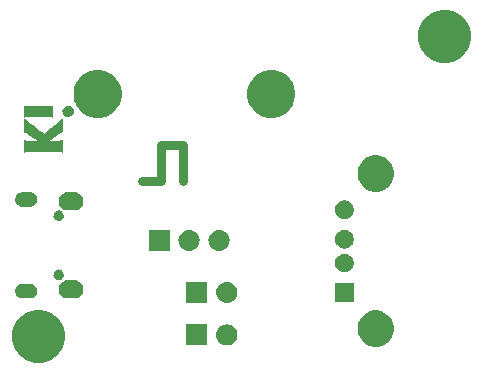
<source format=gbr>
G04 #@! TF.GenerationSoftware,KiCad,Pcbnew,(5.0.2-5-10.14)*
G04 #@! TF.CreationDate,2019-03-07T12:58:03+01:00*
G04 #@! TF.ProjectId,USBSwitch,55534253-7769-4746-9368-2e6b69636164,rev?*
G04 #@! TF.SameCoordinates,Original*
G04 #@! TF.FileFunction,Soldermask,Bot*
G04 #@! TF.FilePolarity,Negative*
%FSLAX46Y46*%
G04 Gerber Fmt 4.6, Leading zero omitted, Abs format (unit mm)*
G04 Created by KiCad (PCBNEW (5.0.2-5-10.14)) date 2019 March 07, Thursday 12:58:03*
%MOMM*%
%LPD*%
G01*
G04 APERTURE LIST*
%ADD10C,0.800000*%
%ADD11C,0.010000*%
%ADD12C,0.100000*%
G04 APERTURE END LIST*
D10*
G04 #@! TO.C,REF\002A\002A*
X61830000Y-49580000D02*
X63430000Y-49580000D01*
X63430000Y-49580000D02*
X63430000Y-46480000D01*
X65330000Y-49580000D02*
X65330000Y-46480000D01*
X63530000Y-46480000D02*
X65330000Y-46480000D01*
D11*
G36*
X55974040Y-43494059D02*
X55907605Y-43376455D01*
X55804955Y-43282977D01*
X55718876Y-43239188D01*
X55580386Y-43208578D01*
X55442409Y-43217679D01*
X55320916Y-43265027D01*
X55302150Y-43277412D01*
X55214592Y-43367851D01*
X55154447Y-43486729D01*
X55124582Y-43619667D01*
X55127866Y-43752287D01*
X55167168Y-43870210D01*
X55179756Y-43890994D01*
X55258606Y-43973263D01*
X55367230Y-44041086D01*
X55484705Y-44083253D01*
X55554201Y-44091600D01*
X55663425Y-44072326D01*
X55777890Y-44021810D01*
X55876842Y-43951018D01*
X55925705Y-43895358D01*
X55986124Y-43763139D01*
X56001224Y-43626163D01*
X55974040Y-43494059D01*
X55974040Y-43494059D01*
G37*
X55974040Y-43494059D02*
X55907605Y-43376455D01*
X55804955Y-43282977D01*
X55718876Y-43239188D01*
X55580386Y-43208578D01*
X55442409Y-43217679D01*
X55320916Y-43265027D01*
X55302150Y-43277412D01*
X55214592Y-43367851D01*
X55154447Y-43486729D01*
X55124582Y-43619667D01*
X55127866Y-43752287D01*
X55167168Y-43870210D01*
X55179756Y-43890994D01*
X55258606Y-43973263D01*
X55367230Y-44041086D01*
X55484705Y-44083253D01*
X55554201Y-44091600D01*
X55663425Y-44072326D01*
X55777890Y-44021810D01*
X55876842Y-43951018D01*
X55925705Y-43895358D01*
X55986124Y-43763139D01*
X56001224Y-43626163D01*
X55974040Y-43494059D01*
G36*
X53107955Y-43253400D02*
X52836472Y-43253179D01*
X52611382Y-43252417D01*
X52428279Y-43250974D01*
X52282760Y-43248706D01*
X52170417Y-43245469D01*
X52086845Y-43241122D01*
X52027641Y-43235520D01*
X51988397Y-43228522D01*
X51964708Y-43219984D01*
X51958605Y-43216108D01*
X51921057Y-43189822D01*
X51892915Y-43179109D01*
X51872826Y-43189290D01*
X51859437Y-43225688D01*
X51851395Y-43293624D01*
X51847347Y-43398422D01*
X51845940Y-43545402D01*
X51845800Y-43659800D01*
X51846485Y-43810082D01*
X51848392Y-43941273D01*
X51851298Y-44045573D01*
X51854983Y-44115181D01*
X51859224Y-44142295D01*
X51859512Y-44142400D01*
X51888546Y-44131845D01*
X51945491Y-44105274D01*
X51972800Y-44091600D01*
X52000240Y-44078734D01*
X52030606Y-44068241D01*
X52069080Y-44059880D01*
X52120845Y-44053409D01*
X52191082Y-44048589D01*
X52284973Y-44045178D01*
X52407699Y-44042935D01*
X52564441Y-44041619D01*
X52760383Y-44040990D01*
X53000704Y-44040805D01*
X53065250Y-44040800D01*
X53322731Y-44041053D01*
X53534251Y-44041929D01*
X53704649Y-44043604D01*
X53838762Y-44046252D01*
X53941429Y-44050050D01*
X54017487Y-44055173D01*
X54071774Y-44061797D01*
X54109128Y-44070097D01*
X54133062Y-44079553D01*
X54208000Y-44118305D01*
X54208000Y-43253400D01*
X53107955Y-43253400D01*
X53107955Y-43253400D01*
G37*
X53107955Y-43253400D02*
X52836472Y-43253179D01*
X52611382Y-43252417D01*
X52428279Y-43250974D01*
X52282760Y-43248706D01*
X52170417Y-43245469D01*
X52086845Y-43241122D01*
X52027641Y-43235520D01*
X51988397Y-43228522D01*
X51964708Y-43219984D01*
X51958605Y-43216108D01*
X51921057Y-43189822D01*
X51892915Y-43179109D01*
X51872826Y-43189290D01*
X51859437Y-43225688D01*
X51851395Y-43293624D01*
X51847347Y-43398422D01*
X51845940Y-43545402D01*
X51845800Y-43659800D01*
X51846485Y-43810082D01*
X51848392Y-43941273D01*
X51851298Y-44045573D01*
X51854983Y-44115181D01*
X51859224Y-44142295D01*
X51859512Y-44142400D01*
X51888546Y-44131845D01*
X51945491Y-44105274D01*
X51972800Y-44091600D01*
X52000240Y-44078734D01*
X52030606Y-44068241D01*
X52069080Y-44059880D01*
X52120845Y-44053409D01*
X52191082Y-44048589D01*
X52284973Y-44045178D01*
X52407699Y-44042935D01*
X52564441Y-44041619D01*
X52760383Y-44040990D01*
X53000704Y-44040805D01*
X53065250Y-44040800D01*
X53322731Y-44041053D01*
X53534251Y-44041929D01*
X53704649Y-44043604D01*
X53838762Y-44046252D01*
X53941429Y-44050050D01*
X54017487Y-44055173D01*
X54071774Y-44061797D01*
X54109128Y-44070097D01*
X54133062Y-44079553D01*
X54208000Y-44118305D01*
X54208000Y-43253400D01*
X53107955Y-43253400D01*
G36*
X55071600Y-44836253D02*
X55071600Y-44290941D01*
X54870213Y-44489721D01*
X54507309Y-44819429D01*
X54233185Y-45033849D01*
X54129600Y-45112297D01*
X54009471Y-45206856D01*
X53885798Y-45306950D01*
X53771581Y-45402002D01*
X53679819Y-45481434D01*
X53652240Y-45506532D01*
X53564788Y-45587964D01*
X53473644Y-45518006D01*
X53284396Y-45382564D01*
X53144950Y-45295022D01*
X53062714Y-45240152D01*
X52983388Y-45178876D01*
X52977393Y-45173727D01*
X52894419Y-45104778D01*
X52791863Y-45024253D01*
X52681712Y-44941058D01*
X52575953Y-44864098D01*
X52486575Y-44802281D01*
X52429453Y-44766624D01*
X52376404Y-44731543D01*
X52297938Y-44673014D01*
X52206748Y-44601180D01*
X52115528Y-44526185D01*
X52036968Y-44458172D01*
X51997980Y-44421800D01*
X51971919Y-44397911D01*
X51924594Y-44355637D01*
X51915430Y-44347523D01*
X51845800Y-44285945D01*
X51845800Y-45412400D01*
X51924077Y-45412400D01*
X52000605Y-45429163D01*
X52105851Y-45476393D01*
X52231761Y-45549507D01*
X52370284Y-45643919D01*
X52484467Y-45731458D01*
X52576687Y-45802732D01*
X52667731Y-45868053D01*
X52740465Y-45915223D01*
X52751167Y-45921329D01*
X52817566Y-45961371D01*
X52865716Y-45996658D01*
X52874500Y-46005301D01*
X52913184Y-46039862D01*
X52969750Y-46080085D01*
X53017907Y-46117774D01*
X53039513Y-46148285D01*
X53039600Y-46149586D01*
X53014909Y-46158462D01*
X52943619Y-46165582D01*
X52829908Y-46170736D01*
X52677956Y-46173717D01*
X52543039Y-46174400D01*
X52363737Y-46173716D01*
X52227730Y-46171305D01*
X52127525Y-46166625D01*
X52055631Y-46159137D01*
X52004557Y-46148302D01*
X51966812Y-46133579D01*
X51965189Y-46132756D01*
X51905509Y-46097283D01*
X51867382Y-46065777D01*
X51865239Y-46062906D01*
X51859677Y-46078403D01*
X51854738Y-46137753D01*
X51850688Y-46234014D01*
X51847793Y-46360241D01*
X51846318Y-46509489D01*
X51846189Y-46561206D01*
X51845800Y-47087711D01*
X51915650Y-47058032D01*
X51974242Y-47029859D01*
X52009630Y-47007776D01*
X52038858Y-47003943D01*
X52114219Y-47000343D01*
X52231049Y-46997041D01*
X52384683Y-46994104D01*
X52570454Y-46991601D01*
X52783698Y-46989596D01*
X53019749Y-46988158D01*
X53273941Y-46987353D01*
X53445710Y-46987201D01*
X53749689Y-46987259D01*
X54007088Y-46987530D01*
X54222126Y-46988154D01*
X54399022Y-46989274D01*
X54541996Y-46991031D01*
X54655267Y-46993567D01*
X54743055Y-46997024D01*
X54809579Y-47001543D01*
X54859059Y-47007267D01*
X54895714Y-47014338D01*
X54923763Y-47022896D01*
X54947426Y-47033084D01*
X54957301Y-47038001D01*
X55019131Y-47068756D01*
X55058340Y-47086810D01*
X55064271Y-47088801D01*
X55066493Y-47064665D01*
X55068444Y-46997312D01*
X55070016Y-46894328D01*
X55071099Y-46763294D01*
X55071585Y-46611795D01*
X55071600Y-46578083D01*
X55071336Y-46404940D01*
X55070169Y-46276371D01*
X55067536Y-46186154D01*
X55062877Y-46128063D01*
X55055628Y-46095876D01*
X55045228Y-46083368D01*
X55031115Y-46084314D01*
X55027150Y-46085836D01*
X54938327Y-46119195D01*
X54849819Y-46143261D01*
X54750859Y-46159420D01*
X54630679Y-46169058D01*
X54478512Y-46173560D01*
X54338912Y-46174400D01*
X53919096Y-46174401D01*
X53992100Y-46098201D01*
X54042443Y-46050587D01*
X54079722Y-46024006D01*
X54086517Y-46022000D01*
X54112450Y-46006863D01*
X54165872Y-45967372D01*
X54235855Y-45912412D01*
X54311471Y-45850868D01*
X54381791Y-45791623D01*
X54435886Y-45743561D01*
X54462000Y-45716761D01*
X54489266Y-45694439D01*
X54545370Y-45656064D01*
X54589000Y-45628198D01*
X54676702Y-45569995D01*
X54763302Y-45507049D01*
X54791638Y-45484701D01*
X54858264Y-45439987D01*
X54919357Y-45414592D01*
X54935610Y-45412400D01*
X54979323Y-45411878D01*
X55012498Y-45406209D01*
X55036588Y-45389238D01*
X55053045Y-45354811D01*
X55063323Y-45296774D01*
X55068873Y-45208972D01*
X55071149Y-45085250D01*
X55071604Y-44919455D01*
X55071600Y-44836253D01*
X55071600Y-44836253D01*
G37*
X55071600Y-44836253D02*
X55071600Y-44290941D01*
X54870213Y-44489721D01*
X54507309Y-44819429D01*
X54233185Y-45033849D01*
X54129600Y-45112297D01*
X54009471Y-45206856D01*
X53885798Y-45306950D01*
X53771581Y-45402002D01*
X53679819Y-45481434D01*
X53652240Y-45506532D01*
X53564788Y-45587964D01*
X53473644Y-45518006D01*
X53284396Y-45382564D01*
X53144950Y-45295022D01*
X53062714Y-45240152D01*
X52983388Y-45178876D01*
X52977393Y-45173727D01*
X52894419Y-45104778D01*
X52791863Y-45024253D01*
X52681712Y-44941058D01*
X52575953Y-44864098D01*
X52486575Y-44802281D01*
X52429453Y-44766624D01*
X52376404Y-44731543D01*
X52297938Y-44673014D01*
X52206748Y-44601180D01*
X52115528Y-44526185D01*
X52036968Y-44458172D01*
X51997980Y-44421800D01*
X51971919Y-44397911D01*
X51924594Y-44355637D01*
X51915430Y-44347523D01*
X51845800Y-44285945D01*
X51845800Y-45412400D01*
X51924077Y-45412400D01*
X52000605Y-45429163D01*
X52105851Y-45476393D01*
X52231761Y-45549507D01*
X52370284Y-45643919D01*
X52484467Y-45731458D01*
X52576687Y-45802732D01*
X52667731Y-45868053D01*
X52740465Y-45915223D01*
X52751167Y-45921329D01*
X52817566Y-45961371D01*
X52865716Y-45996658D01*
X52874500Y-46005301D01*
X52913184Y-46039862D01*
X52969750Y-46080085D01*
X53017907Y-46117774D01*
X53039513Y-46148285D01*
X53039600Y-46149586D01*
X53014909Y-46158462D01*
X52943619Y-46165582D01*
X52829908Y-46170736D01*
X52677956Y-46173717D01*
X52543039Y-46174400D01*
X52363737Y-46173716D01*
X52227730Y-46171305D01*
X52127525Y-46166625D01*
X52055631Y-46159137D01*
X52004557Y-46148302D01*
X51966812Y-46133579D01*
X51965189Y-46132756D01*
X51905509Y-46097283D01*
X51867382Y-46065777D01*
X51865239Y-46062906D01*
X51859677Y-46078403D01*
X51854738Y-46137753D01*
X51850688Y-46234014D01*
X51847793Y-46360241D01*
X51846318Y-46509489D01*
X51846189Y-46561206D01*
X51845800Y-47087711D01*
X51915650Y-47058032D01*
X51974242Y-47029859D01*
X52009630Y-47007776D01*
X52038858Y-47003943D01*
X52114219Y-47000343D01*
X52231049Y-46997041D01*
X52384683Y-46994104D01*
X52570454Y-46991601D01*
X52783698Y-46989596D01*
X53019749Y-46988158D01*
X53273941Y-46987353D01*
X53445710Y-46987201D01*
X53749689Y-46987259D01*
X54007088Y-46987530D01*
X54222126Y-46988154D01*
X54399022Y-46989274D01*
X54541996Y-46991031D01*
X54655267Y-46993567D01*
X54743055Y-46997024D01*
X54809579Y-47001543D01*
X54859059Y-47007267D01*
X54895714Y-47014338D01*
X54923763Y-47022896D01*
X54947426Y-47033084D01*
X54957301Y-47038001D01*
X55019131Y-47068756D01*
X55058340Y-47086810D01*
X55064271Y-47088801D01*
X55066493Y-47064665D01*
X55068444Y-46997312D01*
X55070016Y-46894328D01*
X55071099Y-46763294D01*
X55071585Y-46611795D01*
X55071600Y-46578083D01*
X55071336Y-46404940D01*
X55070169Y-46276371D01*
X55067536Y-46186154D01*
X55062877Y-46128063D01*
X55055628Y-46095876D01*
X55045228Y-46083368D01*
X55031115Y-46084314D01*
X55027150Y-46085836D01*
X54938327Y-46119195D01*
X54849819Y-46143261D01*
X54750859Y-46159420D01*
X54630679Y-46169058D01*
X54478512Y-46173560D01*
X54338912Y-46174400D01*
X53919096Y-46174401D01*
X53992100Y-46098201D01*
X54042443Y-46050587D01*
X54079722Y-46024006D01*
X54086517Y-46022000D01*
X54112450Y-46006863D01*
X54165872Y-45967372D01*
X54235855Y-45912412D01*
X54311471Y-45850868D01*
X54381791Y-45791623D01*
X54435886Y-45743561D01*
X54462000Y-45716761D01*
X54489266Y-45694439D01*
X54545370Y-45656064D01*
X54589000Y-45628198D01*
X54676702Y-45569995D01*
X54763302Y-45507049D01*
X54791638Y-45484701D01*
X54858264Y-45439987D01*
X54919357Y-45414592D01*
X54935610Y-45412400D01*
X54979323Y-45411878D01*
X55012498Y-45406209D01*
X55036588Y-45389238D01*
X55053045Y-45354811D01*
X55063323Y-45296774D01*
X55068873Y-45208972D01*
X55071149Y-45085250D01*
X55071604Y-44919455D01*
X55071600Y-44836253D01*
D12*
G36*
X53753384Y-60546081D02*
X54161037Y-60714937D01*
X54527917Y-60960078D01*
X54839922Y-61272083D01*
X55085063Y-61638963D01*
X55253919Y-62046616D01*
X55340000Y-62479378D01*
X55340000Y-62920622D01*
X55253919Y-63353384D01*
X55085063Y-63761037D01*
X54839922Y-64127917D01*
X54527917Y-64439922D01*
X54161037Y-64685063D01*
X53753384Y-64853919D01*
X53320622Y-64940000D01*
X52879378Y-64940000D01*
X52446616Y-64853919D01*
X52038963Y-64685063D01*
X51672083Y-64439922D01*
X51360078Y-64127917D01*
X51114937Y-63761037D01*
X50946081Y-63353384D01*
X50860000Y-62920622D01*
X50860000Y-62479378D01*
X50946081Y-62046616D01*
X51114937Y-61638963D01*
X51360078Y-61272083D01*
X51672083Y-60960078D01*
X52038963Y-60714937D01*
X52446616Y-60546081D01*
X52879378Y-60460000D01*
X53320622Y-60460000D01*
X53753384Y-60546081D01*
X53753384Y-60546081D01*
G37*
G36*
X82099201Y-60589180D02*
X82379463Y-60705269D01*
X82631693Y-60873803D01*
X82846197Y-61088307D01*
X83014731Y-61340537D01*
X83130820Y-61620799D01*
X83190000Y-61918322D01*
X83190000Y-62221678D01*
X83130820Y-62519201D01*
X83014731Y-62799463D01*
X82846197Y-63051693D01*
X82631693Y-63266197D01*
X82379463Y-63434731D01*
X82099201Y-63550820D01*
X81801678Y-63610000D01*
X81498322Y-63610000D01*
X81200799Y-63550820D01*
X80920537Y-63434731D01*
X80668307Y-63266197D01*
X80453803Y-63051693D01*
X80285269Y-62799463D01*
X80169180Y-62519201D01*
X80110000Y-62221678D01*
X80110000Y-61918322D01*
X80169180Y-61620799D01*
X80285269Y-61340537D01*
X80453803Y-61088307D01*
X80668307Y-60873803D01*
X80920537Y-60705269D01*
X81200799Y-60589180D01*
X81498322Y-60530000D01*
X81801678Y-60530000D01*
X82099201Y-60589180D01*
X82099201Y-60589180D01*
G37*
G36*
X69116407Y-61713219D02*
X69214470Y-61722878D01*
X69382236Y-61773769D01*
X69536850Y-61856412D01*
X69672370Y-61967630D01*
X69783588Y-62103150D01*
X69866231Y-62257764D01*
X69917122Y-62425530D01*
X69934306Y-62600000D01*
X69917122Y-62774470D01*
X69866231Y-62942236D01*
X69783588Y-63096850D01*
X69672370Y-63232370D01*
X69536850Y-63343588D01*
X69382236Y-63426231D01*
X69214470Y-63477122D01*
X69116407Y-63486781D01*
X69083720Y-63490000D01*
X68996280Y-63490000D01*
X68963593Y-63486781D01*
X68865530Y-63477122D01*
X68697764Y-63426231D01*
X68543150Y-63343588D01*
X68407630Y-63232370D01*
X68296412Y-63096850D01*
X68213769Y-62942236D01*
X68162878Y-62774470D01*
X68145694Y-62600000D01*
X68162878Y-62425530D01*
X68213769Y-62257764D01*
X68296412Y-62103150D01*
X68407630Y-61967630D01*
X68543150Y-61856412D01*
X68697764Y-61773769D01*
X68865530Y-61722878D01*
X68963593Y-61713219D01*
X68996280Y-61710000D01*
X69083720Y-61710000D01*
X69116407Y-61713219D01*
X69116407Y-61713219D01*
G37*
G36*
X67390000Y-63490000D02*
X65610000Y-63490000D01*
X65610000Y-61710000D01*
X67390000Y-61710000D01*
X67390000Y-63490000D01*
X67390000Y-63490000D01*
G37*
G36*
X69116407Y-58113220D02*
X69214470Y-58122878D01*
X69382236Y-58173769D01*
X69536850Y-58256412D01*
X69672370Y-58367630D01*
X69783588Y-58503150D01*
X69866231Y-58657764D01*
X69917122Y-58825530D01*
X69934306Y-59000000D01*
X69917122Y-59174470D01*
X69866231Y-59342236D01*
X69783588Y-59496850D01*
X69672370Y-59632370D01*
X69536850Y-59743588D01*
X69382236Y-59826231D01*
X69214470Y-59877122D01*
X69116407Y-59886780D01*
X69083720Y-59890000D01*
X68996280Y-59890000D01*
X68963593Y-59886780D01*
X68865530Y-59877122D01*
X68697764Y-59826231D01*
X68543150Y-59743588D01*
X68407630Y-59632370D01*
X68296412Y-59496850D01*
X68213769Y-59342236D01*
X68162878Y-59174470D01*
X68145694Y-59000000D01*
X68162878Y-58825530D01*
X68213769Y-58657764D01*
X68296412Y-58503150D01*
X68407630Y-58367630D01*
X68543150Y-58256412D01*
X68697764Y-58173769D01*
X68865530Y-58122878D01*
X68963593Y-58113220D01*
X68996280Y-58110000D01*
X69083720Y-58110000D01*
X69116407Y-58113220D01*
X69116407Y-58113220D01*
G37*
G36*
X67390000Y-59890000D02*
X65610000Y-59890000D01*
X65610000Y-58110000D01*
X67390000Y-58110000D01*
X67390000Y-59890000D01*
X67390000Y-59890000D01*
G37*
G36*
X79790000Y-59790000D02*
X78210000Y-59790000D01*
X78210000Y-58210000D01*
X79790000Y-58210000D01*
X79790000Y-59790000D01*
X79790000Y-59790000D01*
G37*
G36*
X52435324Y-58262966D02*
X52495561Y-58268899D01*
X52611489Y-58304066D01*
X52718329Y-58361173D01*
X52811974Y-58438026D01*
X52888827Y-58531671D01*
X52945934Y-58638511D01*
X52981101Y-58754439D01*
X52992975Y-58875000D01*
X52981101Y-58995561D01*
X52945934Y-59111489D01*
X52888827Y-59218329D01*
X52811974Y-59311974D01*
X52718329Y-59388827D01*
X52611489Y-59445934D01*
X52495561Y-59481101D01*
X52435324Y-59487034D01*
X52405207Y-59490000D01*
X51694793Y-59490000D01*
X51664676Y-59487034D01*
X51604439Y-59481101D01*
X51488511Y-59445934D01*
X51381671Y-59388827D01*
X51288026Y-59311974D01*
X51211173Y-59218329D01*
X51154066Y-59111489D01*
X51118899Y-58995561D01*
X51107025Y-58875000D01*
X51118899Y-58754439D01*
X51154066Y-58638511D01*
X51211173Y-58531671D01*
X51288026Y-58438026D01*
X51381671Y-58361173D01*
X51488511Y-58304066D01*
X51604439Y-58268899D01*
X51664676Y-58262966D01*
X51694793Y-58260000D01*
X52405207Y-58260000D01*
X52435324Y-58262966D01*
X52435324Y-58262966D01*
G37*
G36*
X56274966Y-57971069D02*
X56419169Y-58014813D01*
X56552067Y-58085848D01*
X56668554Y-58181446D01*
X56764152Y-58297933D01*
X56835187Y-58430831D01*
X56878931Y-58575034D01*
X56893701Y-58725000D01*
X56878931Y-58874966D01*
X56835187Y-59019169D01*
X56764152Y-59152067D01*
X56668554Y-59268554D01*
X56552067Y-59364152D01*
X56419169Y-59435187D01*
X56274966Y-59478931D01*
X56162578Y-59490000D01*
X55537422Y-59490000D01*
X55425034Y-59478931D01*
X55280831Y-59435187D01*
X55147933Y-59364152D01*
X55031446Y-59268554D01*
X54935848Y-59152067D01*
X54864813Y-59019169D01*
X54821069Y-58874966D01*
X54806299Y-58725000D01*
X54821069Y-58575034D01*
X54864813Y-58430831D01*
X54935848Y-58297933D01*
X55031446Y-58181446D01*
X55147933Y-58085848D01*
X55280831Y-58014813D01*
X55425034Y-57971069D01*
X55537422Y-57960000D01*
X56162578Y-57960000D01*
X56274966Y-57971069D01*
X56274966Y-57971069D01*
G37*
G36*
X54886252Y-57066366D02*
X54969195Y-57091527D01*
X55045636Y-57132385D01*
X55112632Y-57187368D01*
X55167615Y-57254364D01*
X55208473Y-57330805D01*
X55233634Y-57413748D01*
X55242129Y-57500000D01*
X55233634Y-57586252D01*
X55208473Y-57669195D01*
X55167615Y-57745636D01*
X55112632Y-57812632D01*
X55045636Y-57867615D01*
X54969195Y-57908473D01*
X54886252Y-57933634D01*
X54821618Y-57940000D01*
X54778382Y-57940000D01*
X54713748Y-57933634D01*
X54630805Y-57908473D01*
X54554364Y-57867615D01*
X54487368Y-57812632D01*
X54432385Y-57745636D01*
X54391527Y-57669195D01*
X54366366Y-57586252D01*
X54357871Y-57500000D01*
X54366366Y-57413748D01*
X54391527Y-57330805D01*
X54432385Y-57254364D01*
X54487368Y-57187368D01*
X54554364Y-57132385D01*
X54630805Y-57091527D01*
X54713748Y-57066366D01*
X54778382Y-57060000D01*
X54821618Y-57060000D01*
X54886252Y-57066366D01*
X54886252Y-57066366D01*
G37*
G36*
X79230435Y-55740358D02*
X79374205Y-55799910D01*
X79503595Y-55886366D01*
X79613634Y-55996405D01*
X79700090Y-56125795D01*
X79759642Y-56269565D01*
X79790000Y-56422191D01*
X79790000Y-56577809D01*
X79759642Y-56730435D01*
X79700090Y-56874205D01*
X79613634Y-57003595D01*
X79503595Y-57113634D01*
X79374205Y-57200090D01*
X79230435Y-57259642D01*
X79077809Y-57290000D01*
X78922191Y-57290000D01*
X78769565Y-57259642D01*
X78625795Y-57200090D01*
X78496405Y-57113634D01*
X78386366Y-57003595D01*
X78299910Y-56874205D01*
X78240358Y-56730435D01*
X78210000Y-56577809D01*
X78210000Y-56422191D01*
X78240358Y-56269565D01*
X78299910Y-56125795D01*
X78386366Y-55996405D01*
X78496405Y-55886366D01*
X78625795Y-55799910D01*
X78769565Y-55740358D01*
X78922191Y-55710000D01*
X79077809Y-55710000D01*
X79230435Y-55740358D01*
X79230435Y-55740358D01*
G37*
G36*
X68456407Y-53713220D02*
X68554470Y-53722878D01*
X68722236Y-53773769D01*
X68876850Y-53856412D01*
X69012370Y-53967630D01*
X69123588Y-54103150D01*
X69206231Y-54257764D01*
X69257122Y-54425530D01*
X69274306Y-54600000D01*
X69257122Y-54774470D01*
X69206231Y-54942236D01*
X69123588Y-55096850D01*
X69012370Y-55232370D01*
X68876850Y-55343588D01*
X68722236Y-55426231D01*
X68554470Y-55477122D01*
X68456407Y-55486781D01*
X68423720Y-55490000D01*
X68336280Y-55490000D01*
X68303593Y-55486781D01*
X68205530Y-55477122D01*
X68037764Y-55426231D01*
X67883150Y-55343588D01*
X67747630Y-55232370D01*
X67636412Y-55096850D01*
X67553769Y-54942236D01*
X67502878Y-54774470D01*
X67485694Y-54600000D01*
X67502878Y-54425530D01*
X67553769Y-54257764D01*
X67636412Y-54103150D01*
X67747630Y-53967630D01*
X67883150Y-53856412D01*
X68037764Y-53773769D01*
X68205530Y-53722878D01*
X68303593Y-53713220D01*
X68336280Y-53710000D01*
X68423720Y-53710000D01*
X68456407Y-53713220D01*
X68456407Y-53713220D01*
G37*
G36*
X65916407Y-53713220D02*
X66014470Y-53722878D01*
X66182236Y-53773769D01*
X66336850Y-53856412D01*
X66472370Y-53967630D01*
X66583588Y-54103150D01*
X66666231Y-54257764D01*
X66717122Y-54425530D01*
X66734306Y-54600000D01*
X66717122Y-54774470D01*
X66666231Y-54942236D01*
X66583588Y-55096850D01*
X66472370Y-55232370D01*
X66336850Y-55343588D01*
X66182236Y-55426231D01*
X66014470Y-55477122D01*
X65916407Y-55486781D01*
X65883720Y-55490000D01*
X65796280Y-55490000D01*
X65763593Y-55486781D01*
X65665530Y-55477122D01*
X65497764Y-55426231D01*
X65343150Y-55343588D01*
X65207630Y-55232370D01*
X65096412Y-55096850D01*
X65013769Y-54942236D01*
X64962878Y-54774470D01*
X64945694Y-54600000D01*
X64962878Y-54425530D01*
X65013769Y-54257764D01*
X65096412Y-54103150D01*
X65207630Y-53967630D01*
X65343150Y-53856412D01*
X65497764Y-53773769D01*
X65665530Y-53722878D01*
X65763593Y-53713220D01*
X65796280Y-53710000D01*
X65883720Y-53710000D01*
X65916407Y-53713220D01*
X65916407Y-53713220D01*
G37*
G36*
X64190000Y-55490000D02*
X62410000Y-55490000D01*
X62410000Y-53710000D01*
X64190000Y-53710000D01*
X64190000Y-55490000D01*
X64190000Y-55490000D01*
G37*
G36*
X79230435Y-53740358D02*
X79374205Y-53799910D01*
X79503595Y-53886366D01*
X79613634Y-53996405D01*
X79700090Y-54125795D01*
X79759642Y-54269565D01*
X79790000Y-54422191D01*
X79790000Y-54577809D01*
X79759642Y-54730435D01*
X79700090Y-54874205D01*
X79613634Y-55003595D01*
X79503595Y-55113634D01*
X79374205Y-55200090D01*
X79230435Y-55259642D01*
X79077809Y-55290000D01*
X78922191Y-55290000D01*
X78769565Y-55259642D01*
X78625795Y-55200090D01*
X78496405Y-55113634D01*
X78386366Y-55003595D01*
X78299910Y-54874205D01*
X78240358Y-54730435D01*
X78210000Y-54577809D01*
X78210000Y-54422191D01*
X78240358Y-54269565D01*
X78299910Y-54125795D01*
X78386366Y-53996405D01*
X78496405Y-53886366D01*
X78625795Y-53799910D01*
X78769565Y-53740358D01*
X78922191Y-53710000D01*
X79077809Y-53710000D01*
X79230435Y-53740358D01*
X79230435Y-53740358D01*
G37*
G36*
X54886252Y-52066366D02*
X54969195Y-52091527D01*
X55045636Y-52132385D01*
X55112632Y-52187368D01*
X55167615Y-52254364D01*
X55208473Y-52330805D01*
X55233634Y-52413748D01*
X55242129Y-52500000D01*
X55233634Y-52586252D01*
X55208473Y-52669195D01*
X55167615Y-52745636D01*
X55112632Y-52812632D01*
X55045636Y-52867615D01*
X54969195Y-52908473D01*
X54886252Y-52933634D01*
X54821618Y-52940000D01*
X54778382Y-52940000D01*
X54713748Y-52933634D01*
X54630805Y-52908473D01*
X54554364Y-52867615D01*
X54487368Y-52812632D01*
X54432385Y-52745636D01*
X54391527Y-52669195D01*
X54366366Y-52586252D01*
X54357871Y-52500000D01*
X54366366Y-52413748D01*
X54391527Y-52330805D01*
X54432385Y-52254364D01*
X54487368Y-52187368D01*
X54554364Y-52132385D01*
X54630805Y-52091527D01*
X54713748Y-52066366D01*
X54778382Y-52060000D01*
X54821618Y-52060000D01*
X54886252Y-52066366D01*
X54886252Y-52066366D01*
G37*
G36*
X79230435Y-51240358D02*
X79374205Y-51299910D01*
X79503595Y-51386366D01*
X79613634Y-51496405D01*
X79700090Y-51625795D01*
X79759642Y-51769565D01*
X79790000Y-51922191D01*
X79790000Y-52077809D01*
X79759642Y-52230435D01*
X79700090Y-52374205D01*
X79613634Y-52503595D01*
X79503595Y-52613634D01*
X79374205Y-52700090D01*
X79230435Y-52759642D01*
X79077809Y-52790000D01*
X78922191Y-52790000D01*
X78769565Y-52759642D01*
X78625795Y-52700090D01*
X78496405Y-52613634D01*
X78386366Y-52503595D01*
X78299910Y-52374205D01*
X78240358Y-52230435D01*
X78210000Y-52077809D01*
X78210000Y-51922191D01*
X78240358Y-51769565D01*
X78299910Y-51625795D01*
X78386366Y-51496405D01*
X78496405Y-51386366D01*
X78625795Y-51299910D01*
X78769565Y-51240358D01*
X78922191Y-51210000D01*
X79077809Y-51210000D01*
X79230435Y-51240358D01*
X79230435Y-51240358D01*
G37*
G36*
X56274966Y-50521069D02*
X56419169Y-50564813D01*
X56552067Y-50635848D01*
X56668554Y-50731446D01*
X56764152Y-50847933D01*
X56835187Y-50980831D01*
X56878931Y-51125034D01*
X56893701Y-51275000D01*
X56878931Y-51424966D01*
X56835187Y-51569169D01*
X56764152Y-51702067D01*
X56668554Y-51818554D01*
X56552067Y-51914152D01*
X56419169Y-51985187D01*
X56274966Y-52028931D01*
X56162578Y-52040000D01*
X55537422Y-52040000D01*
X55425034Y-52028931D01*
X55280831Y-51985187D01*
X55147933Y-51914152D01*
X55031446Y-51818554D01*
X54935848Y-51702067D01*
X54864813Y-51569169D01*
X54821069Y-51424966D01*
X54806299Y-51275000D01*
X54821069Y-51125034D01*
X54864813Y-50980831D01*
X54935848Y-50847933D01*
X55031446Y-50731446D01*
X55147933Y-50635848D01*
X55280831Y-50564813D01*
X55425034Y-50521069D01*
X55537422Y-50510000D01*
X56162578Y-50510000D01*
X56274966Y-50521069D01*
X56274966Y-50521069D01*
G37*
G36*
X52435324Y-50512966D02*
X52495561Y-50518899D01*
X52611489Y-50554066D01*
X52718329Y-50611173D01*
X52811974Y-50688026D01*
X52888827Y-50781671D01*
X52945934Y-50888511D01*
X52981101Y-51004439D01*
X52992975Y-51125000D01*
X52981101Y-51245561D01*
X52945934Y-51361489D01*
X52888827Y-51468329D01*
X52811974Y-51561974D01*
X52718329Y-51638827D01*
X52611489Y-51695934D01*
X52495561Y-51731101D01*
X52435324Y-51737034D01*
X52405207Y-51740000D01*
X51694793Y-51740000D01*
X51664676Y-51737034D01*
X51604439Y-51731101D01*
X51488511Y-51695934D01*
X51381671Y-51638827D01*
X51288026Y-51561974D01*
X51211173Y-51468329D01*
X51154066Y-51361489D01*
X51118899Y-51245561D01*
X51107025Y-51125000D01*
X51118899Y-51004439D01*
X51154066Y-50888511D01*
X51211173Y-50781671D01*
X51288026Y-50688026D01*
X51381671Y-50611173D01*
X51488511Y-50554066D01*
X51604439Y-50518899D01*
X51664676Y-50512966D01*
X51694793Y-50510000D01*
X52405207Y-50510000D01*
X52435324Y-50512966D01*
X52435324Y-50512966D01*
G37*
G36*
X82099201Y-47449180D02*
X82379463Y-47565269D01*
X82631693Y-47733803D01*
X82846197Y-47948307D01*
X83014731Y-48200537D01*
X83130820Y-48480799D01*
X83190000Y-48778322D01*
X83190000Y-49081678D01*
X83130820Y-49379201D01*
X83014731Y-49659463D01*
X82846197Y-49911693D01*
X82631693Y-50126197D01*
X82379463Y-50294731D01*
X82099201Y-50410820D01*
X81801678Y-50470000D01*
X81498322Y-50470000D01*
X81200799Y-50410820D01*
X80920537Y-50294731D01*
X80668307Y-50126197D01*
X80453803Y-49911693D01*
X80285269Y-49659463D01*
X80169180Y-49379201D01*
X80110000Y-49081678D01*
X80110000Y-48778322D01*
X80169180Y-48480799D01*
X80285269Y-48200537D01*
X80453803Y-47948307D01*
X80668307Y-47733803D01*
X80920537Y-47565269D01*
X81200799Y-47449180D01*
X81498322Y-47390000D01*
X81801678Y-47390000D01*
X82099201Y-47449180D01*
X82099201Y-47449180D01*
G37*
G36*
X73395046Y-40238395D02*
X73657564Y-40347134D01*
X73766303Y-40392175D01*
X74100424Y-40615428D01*
X74384572Y-40899576D01*
X74607825Y-41233697D01*
X74607825Y-41233698D01*
X74761605Y-41604954D01*
X74840000Y-41999076D01*
X74840000Y-42400924D01*
X74761605Y-42795046D01*
X74652866Y-43057564D01*
X74607825Y-43166303D01*
X74384572Y-43500424D01*
X74100424Y-43784572D01*
X73766303Y-44007825D01*
X73657564Y-44052866D01*
X73395046Y-44161605D01*
X73000924Y-44240000D01*
X72599076Y-44240000D01*
X72204954Y-44161605D01*
X71942436Y-44052866D01*
X71833697Y-44007825D01*
X71499576Y-43784572D01*
X71215428Y-43500424D01*
X70992175Y-43166303D01*
X70947134Y-43057564D01*
X70838395Y-42795046D01*
X70760000Y-42400924D01*
X70760000Y-41999076D01*
X70838395Y-41604954D01*
X70992175Y-41233698D01*
X70992175Y-41233697D01*
X71215428Y-40899576D01*
X71499576Y-40615428D01*
X71833697Y-40392175D01*
X71942436Y-40347134D01*
X72204954Y-40238395D01*
X72599076Y-40160000D01*
X73000924Y-40160000D01*
X73395046Y-40238395D01*
X73395046Y-40238395D01*
G37*
G36*
X58695046Y-40238395D02*
X58957564Y-40347134D01*
X59066303Y-40392175D01*
X59400424Y-40615428D01*
X59684572Y-40899576D01*
X59907825Y-41233697D01*
X59907825Y-41233698D01*
X60061605Y-41604954D01*
X60140000Y-41999076D01*
X60140000Y-42400924D01*
X60061605Y-42795046D01*
X59952866Y-43057564D01*
X59907825Y-43166303D01*
X59684572Y-43500424D01*
X59400424Y-43784572D01*
X59066303Y-44007825D01*
X58957564Y-44052866D01*
X58695046Y-44161605D01*
X58300924Y-44240000D01*
X57899076Y-44240000D01*
X57504954Y-44161605D01*
X57242436Y-44052866D01*
X57133697Y-44007825D01*
X56799576Y-43784572D01*
X56515428Y-43500424D01*
X56292175Y-43166303D01*
X56247134Y-43057564D01*
X56138395Y-42795046D01*
X56060000Y-42400924D01*
X56060000Y-41999076D01*
X56138395Y-41604954D01*
X56292175Y-41233698D01*
X56292175Y-41233697D01*
X56515428Y-40899576D01*
X56799576Y-40615428D01*
X57133697Y-40392175D01*
X57242436Y-40347134D01*
X57504954Y-40238395D01*
X57899076Y-40160000D01*
X58300924Y-40160000D01*
X58695046Y-40238395D01*
X58695046Y-40238395D01*
G37*
G36*
X88153384Y-35146081D02*
X88561037Y-35314937D01*
X88927917Y-35560078D01*
X89239922Y-35872083D01*
X89485063Y-36238963D01*
X89653919Y-36646616D01*
X89740000Y-37079378D01*
X89740000Y-37520622D01*
X89653919Y-37953384D01*
X89485063Y-38361037D01*
X89239922Y-38727917D01*
X88927917Y-39039922D01*
X88561037Y-39285063D01*
X88153384Y-39453919D01*
X87720622Y-39540000D01*
X87279378Y-39540000D01*
X86846616Y-39453919D01*
X86438963Y-39285063D01*
X86072083Y-39039922D01*
X85760078Y-38727917D01*
X85514937Y-38361037D01*
X85346081Y-37953384D01*
X85260000Y-37520622D01*
X85260000Y-37079378D01*
X85346081Y-36646616D01*
X85514937Y-36238963D01*
X85760078Y-35872083D01*
X86072083Y-35560078D01*
X86438963Y-35314937D01*
X86846616Y-35146081D01*
X87279378Y-35060000D01*
X87720622Y-35060000D01*
X88153384Y-35146081D01*
X88153384Y-35146081D01*
G37*
M02*

</source>
